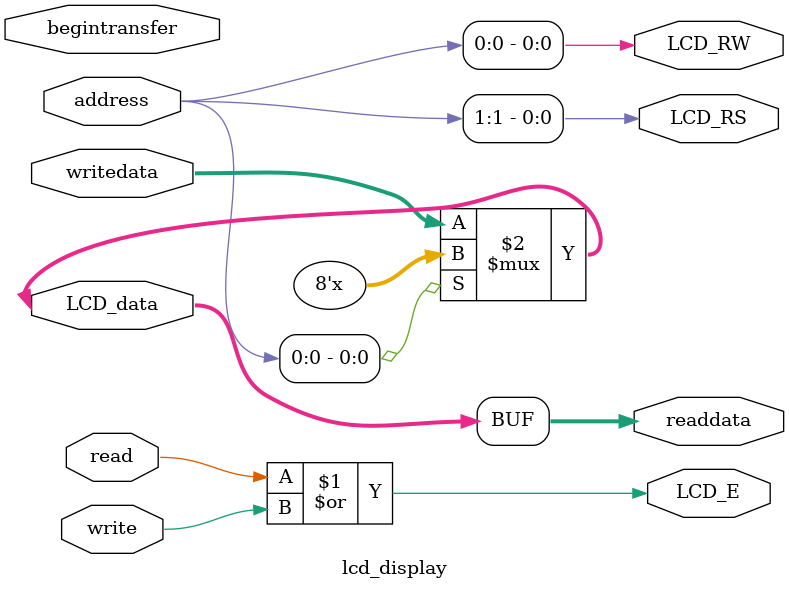
<source format=v>

`timescale 1ns / 1ps
// synthesis translate_on

// turn off superfluous verilog processor warnings 
// altera message_level Level1 
// altera message_off 10034 10035 10036 10037 10230 10240 10030 

module lcd_display (
                     // inputs:
                      address,
                      begintransfer,
                      read,
                      write,
                      writedata,

                     // outputs:
                      LCD_E,
                      LCD_RS,
                      LCD_RW,
                      LCD_data,
                      readdata
                   )
;

  output           LCD_E;
  output           LCD_RS;
  output           LCD_RW;
  inout   [  7: 0] LCD_data;
  output  [  7: 0] readdata;
  input   [  1: 0] address;
  input            begintransfer;
  input            read;
  input            write;
  input   [  7: 0] writedata;

  wire             LCD_E;
  wire             LCD_RS;
  wire             LCD_RW;
  wire    [  7: 0] LCD_data;
  wire    [  7: 0] readdata;
  assign LCD_RW = address[0];
  assign LCD_RS = address[1];
  assign LCD_E = read | write;
  assign LCD_data = (address[0]) ? 8'bz : writedata;
  assign readdata = LCD_data;
  //control_slave, which is an e_avalon_slave

endmodule


</source>
